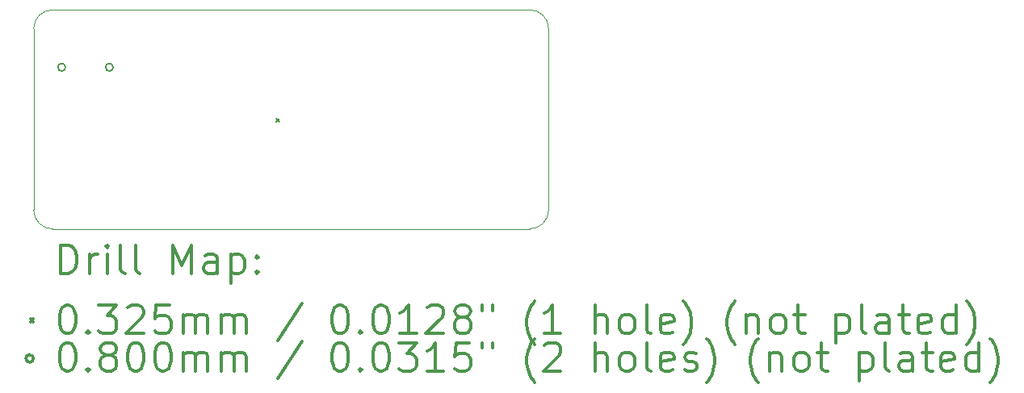
<source format=gbr>
%FSLAX45Y45*%
G04 Gerber Fmt 4.5, Leading zero omitted, Abs format (unit mm)*
G04 Created by KiCad (PCBNEW 5.1.10-88a1d61d58~90~ubuntu20.04.1) date 2022-01-29 20:14:57*
%MOMM*%
%LPD*%
G01*
G04 APERTURE LIST*
%TA.AperFunction,Profile*%
%ADD10C,0.038100*%
%TD*%
%ADD11C,0.200000*%
%ADD12C,0.300000*%
G04 APERTURE END LIST*
D10*
X3800000Y-2700000D02*
X3800000Y-4600000D01*
X9000000Y-2500000D02*
X4000000Y-2500000D01*
X9200000Y-4600000D02*
X9200000Y-2700000D01*
X4000000Y-4800000D02*
X9000000Y-4800000D01*
X3800000Y-2700000D02*
G75*
G02*
X4000000Y-2500000I200000J0D01*
G01*
X9000000Y-2500000D02*
G75*
G02*
X9200000Y-2700000I0J-200000D01*
G01*
X9200000Y-4600000D02*
G75*
G02*
X9000000Y-4800000I-200000J0D01*
G01*
X4000000Y-4800000D02*
G75*
G02*
X3800000Y-4600000I0J200000D01*
G01*
D11*
X6346450Y-3641350D02*
X6378950Y-3673850D01*
X6378950Y-3641350D02*
X6346450Y-3673850D01*
X4133400Y-3102600D02*
G75*
G03*
X4133400Y-3102600I-40000J0D01*
G01*
X4633400Y-3102600D02*
G75*
G03*
X4633400Y-3102600I-40000J0D01*
G01*
D12*
X4084523Y-5267619D02*
X4084523Y-4967619D01*
X4155952Y-4967619D01*
X4198809Y-4981905D01*
X4227381Y-5010477D01*
X4241666Y-5039048D01*
X4255952Y-5096191D01*
X4255952Y-5139048D01*
X4241666Y-5196191D01*
X4227381Y-5224762D01*
X4198809Y-5253334D01*
X4155952Y-5267619D01*
X4084523Y-5267619D01*
X4384523Y-5267619D02*
X4384523Y-5067619D01*
X4384523Y-5124762D02*
X4398809Y-5096191D01*
X4413095Y-5081905D01*
X4441666Y-5067619D01*
X4470238Y-5067619D01*
X4570238Y-5267619D02*
X4570238Y-5067619D01*
X4570238Y-4967619D02*
X4555952Y-4981905D01*
X4570238Y-4996191D01*
X4584523Y-4981905D01*
X4570238Y-4967619D01*
X4570238Y-4996191D01*
X4755952Y-5267619D02*
X4727381Y-5253334D01*
X4713095Y-5224762D01*
X4713095Y-4967619D01*
X4913095Y-5267619D02*
X4884523Y-5253334D01*
X4870238Y-5224762D01*
X4870238Y-4967619D01*
X5255952Y-5267619D02*
X5255952Y-4967619D01*
X5355952Y-5181905D01*
X5455952Y-4967619D01*
X5455952Y-5267619D01*
X5727381Y-5267619D02*
X5727381Y-5110477D01*
X5713095Y-5081905D01*
X5684523Y-5067619D01*
X5627381Y-5067619D01*
X5598809Y-5081905D01*
X5727381Y-5253334D02*
X5698809Y-5267619D01*
X5627381Y-5267619D01*
X5598809Y-5253334D01*
X5584523Y-5224762D01*
X5584523Y-5196191D01*
X5598809Y-5167619D01*
X5627381Y-5153334D01*
X5698809Y-5153334D01*
X5727381Y-5139048D01*
X5870238Y-5067619D02*
X5870238Y-5367619D01*
X5870238Y-5081905D02*
X5898809Y-5067619D01*
X5955952Y-5067619D01*
X5984523Y-5081905D01*
X5998809Y-5096191D01*
X6013095Y-5124762D01*
X6013095Y-5210477D01*
X5998809Y-5239048D01*
X5984523Y-5253334D01*
X5955952Y-5267619D01*
X5898809Y-5267619D01*
X5870238Y-5253334D01*
X6141666Y-5239048D02*
X6155952Y-5253334D01*
X6141666Y-5267619D01*
X6127381Y-5253334D01*
X6141666Y-5239048D01*
X6141666Y-5267619D01*
X6141666Y-5081905D02*
X6155952Y-5096191D01*
X6141666Y-5110477D01*
X6127381Y-5096191D01*
X6141666Y-5081905D01*
X6141666Y-5110477D01*
X3765595Y-5745655D02*
X3798095Y-5778155D01*
X3798095Y-5745655D02*
X3765595Y-5778155D01*
X4141666Y-5597619D02*
X4170238Y-5597619D01*
X4198809Y-5611905D01*
X4213095Y-5626191D01*
X4227381Y-5654762D01*
X4241666Y-5711905D01*
X4241666Y-5783334D01*
X4227381Y-5840476D01*
X4213095Y-5869048D01*
X4198809Y-5883334D01*
X4170238Y-5897619D01*
X4141666Y-5897619D01*
X4113095Y-5883334D01*
X4098809Y-5869048D01*
X4084523Y-5840476D01*
X4070238Y-5783334D01*
X4070238Y-5711905D01*
X4084523Y-5654762D01*
X4098809Y-5626191D01*
X4113095Y-5611905D01*
X4141666Y-5597619D01*
X4370238Y-5869048D02*
X4384523Y-5883334D01*
X4370238Y-5897619D01*
X4355952Y-5883334D01*
X4370238Y-5869048D01*
X4370238Y-5897619D01*
X4484523Y-5597619D02*
X4670238Y-5597619D01*
X4570238Y-5711905D01*
X4613095Y-5711905D01*
X4641666Y-5726191D01*
X4655952Y-5740476D01*
X4670238Y-5769048D01*
X4670238Y-5840476D01*
X4655952Y-5869048D01*
X4641666Y-5883334D01*
X4613095Y-5897619D01*
X4527381Y-5897619D01*
X4498809Y-5883334D01*
X4484523Y-5869048D01*
X4784523Y-5626191D02*
X4798809Y-5611905D01*
X4827381Y-5597619D01*
X4898809Y-5597619D01*
X4927381Y-5611905D01*
X4941666Y-5626191D01*
X4955952Y-5654762D01*
X4955952Y-5683334D01*
X4941666Y-5726191D01*
X4770238Y-5897619D01*
X4955952Y-5897619D01*
X5227381Y-5597619D02*
X5084523Y-5597619D01*
X5070238Y-5740476D01*
X5084523Y-5726191D01*
X5113095Y-5711905D01*
X5184523Y-5711905D01*
X5213095Y-5726191D01*
X5227381Y-5740476D01*
X5241666Y-5769048D01*
X5241666Y-5840476D01*
X5227381Y-5869048D01*
X5213095Y-5883334D01*
X5184523Y-5897619D01*
X5113095Y-5897619D01*
X5084523Y-5883334D01*
X5070238Y-5869048D01*
X5370238Y-5897619D02*
X5370238Y-5697619D01*
X5370238Y-5726191D02*
X5384523Y-5711905D01*
X5413095Y-5697619D01*
X5455952Y-5697619D01*
X5484523Y-5711905D01*
X5498809Y-5740476D01*
X5498809Y-5897619D01*
X5498809Y-5740476D02*
X5513095Y-5711905D01*
X5541666Y-5697619D01*
X5584523Y-5697619D01*
X5613095Y-5711905D01*
X5627381Y-5740476D01*
X5627381Y-5897619D01*
X5770238Y-5897619D02*
X5770238Y-5697619D01*
X5770238Y-5726191D02*
X5784523Y-5711905D01*
X5813095Y-5697619D01*
X5855952Y-5697619D01*
X5884523Y-5711905D01*
X5898809Y-5740476D01*
X5898809Y-5897619D01*
X5898809Y-5740476D02*
X5913095Y-5711905D01*
X5941666Y-5697619D01*
X5984523Y-5697619D01*
X6013095Y-5711905D01*
X6027381Y-5740476D01*
X6027381Y-5897619D01*
X6613095Y-5583334D02*
X6355952Y-5969048D01*
X6998809Y-5597619D02*
X7027381Y-5597619D01*
X7055952Y-5611905D01*
X7070238Y-5626191D01*
X7084523Y-5654762D01*
X7098809Y-5711905D01*
X7098809Y-5783334D01*
X7084523Y-5840476D01*
X7070238Y-5869048D01*
X7055952Y-5883334D01*
X7027381Y-5897619D01*
X6998809Y-5897619D01*
X6970238Y-5883334D01*
X6955952Y-5869048D01*
X6941666Y-5840476D01*
X6927381Y-5783334D01*
X6927381Y-5711905D01*
X6941666Y-5654762D01*
X6955952Y-5626191D01*
X6970238Y-5611905D01*
X6998809Y-5597619D01*
X7227381Y-5869048D02*
X7241666Y-5883334D01*
X7227381Y-5897619D01*
X7213095Y-5883334D01*
X7227381Y-5869048D01*
X7227381Y-5897619D01*
X7427381Y-5597619D02*
X7455952Y-5597619D01*
X7484523Y-5611905D01*
X7498809Y-5626191D01*
X7513095Y-5654762D01*
X7527381Y-5711905D01*
X7527381Y-5783334D01*
X7513095Y-5840476D01*
X7498809Y-5869048D01*
X7484523Y-5883334D01*
X7455952Y-5897619D01*
X7427381Y-5897619D01*
X7398809Y-5883334D01*
X7384523Y-5869048D01*
X7370238Y-5840476D01*
X7355952Y-5783334D01*
X7355952Y-5711905D01*
X7370238Y-5654762D01*
X7384523Y-5626191D01*
X7398809Y-5611905D01*
X7427381Y-5597619D01*
X7813095Y-5897619D02*
X7641666Y-5897619D01*
X7727381Y-5897619D02*
X7727381Y-5597619D01*
X7698809Y-5640476D01*
X7670238Y-5669048D01*
X7641666Y-5683334D01*
X7927381Y-5626191D02*
X7941666Y-5611905D01*
X7970238Y-5597619D01*
X8041666Y-5597619D01*
X8070238Y-5611905D01*
X8084523Y-5626191D01*
X8098809Y-5654762D01*
X8098809Y-5683334D01*
X8084523Y-5726191D01*
X7913095Y-5897619D01*
X8098809Y-5897619D01*
X8270238Y-5726191D02*
X8241666Y-5711905D01*
X8227381Y-5697619D01*
X8213095Y-5669048D01*
X8213095Y-5654762D01*
X8227381Y-5626191D01*
X8241666Y-5611905D01*
X8270238Y-5597619D01*
X8327381Y-5597619D01*
X8355952Y-5611905D01*
X8370238Y-5626191D01*
X8384523Y-5654762D01*
X8384523Y-5669048D01*
X8370238Y-5697619D01*
X8355952Y-5711905D01*
X8327381Y-5726191D01*
X8270238Y-5726191D01*
X8241666Y-5740476D01*
X8227381Y-5754762D01*
X8213095Y-5783334D01*
X8213095Y-5840476D01*
X8227381Y-5869048D01*
X8241666Y-5883334D01*
X8270238Y-5897619D01*
X8327381Y-5897619D01*
X8355952Y-5883334D01*
X8370238Y-5869048D01*
X8384523Y-5840476D01*
X8384523Y-5783334D01*
X8370238Y-5754762D01*
X8355952Y-5740476D01*
X8327381Y-5726191D01*
X8498809Y-5597619D02*
X8498809Y-5654762D01*
X8613095Y-5597619D02*
X8613095Y-5654762D01*
X9055952Y-6011905D02*
X9041666Y-5997619D01*
X9013095Y-5954762D01*
X8998809Y-5926191D01*
X8984523Y-5883334D01*
X8970238Y-5811905D01*
X8970238Y-5754762D01*
X8984523Y-5683334D01*
X8998809Y-5640476D01*
X9013095Y-5611905D01*
X9041666Y-5569048D01*
X9055952Y-5554762D01*
X9327381Y-5897619D02*
X9155952Y-5897619D01*
X9241666Y-5897619D02*
X9241666Y-5597619D01*
X9213095Y-5640476D01*
X9184523Y-5669048D01*
X9155952Y-5683334D01*
X9684523Y-5897619D02*
X9684523Y-5597619D01*
X9813095Y-5897619D02*
X9813095Y-5740476D01*
X9798809Y-5711905D01*
X9770238Y-5697619D01*
X9727381Y-5697619D01*
X9698809Y-5711905D01*
X9684523Y-5726191D01*
X9998809Y-5897619D02*
X9970238Y-5883334D01*
X9955952Y-5869048D01*
X9941666Y-5840476D01*
X9941666Y-5754762D01*
X9955952Y-5726191D01*
X9970238Y-5711905D01*
X9998809Y-5697619D01*
X10041666Y-5697619D01*
X10070238Y-5711905D01*
X10084523Y-5726191D01*
X10098809Y-5754762D01*
X10098809Y-5840476D01*
X10084523Y-5869048D01*
X10070238Y-5883334D01*
X10041666Y-5897619D01*
X9998809Y-5897619D01*
X10270238Y-5897619D02*
X10241666Y-5883334D01*
X10227381Y-5854762D01*
X10227381Y-5597619D01*
X10498809Y-5883334D02*
X10470238Y-5897619D01*
X10413095Y-5897619D01*
X10384523Y-5883334D01*
X10370238Y-5854762D01*
X10370238Y-5740476D01*
X10384523Y-5711905D01*
X10413095Y-5697619D01*
X10470238Y-5697619D01*
X10498809Y-5711905D01*
X10513095Y-5740476D01*
X10513095Y-5769048D01*
X10370238Y-5797619D01*
X10613095Y-6011905D02*
X10627381Y-5997619D01*
X10655952Y-5954762D01*
X10670238Y-5926191D01*
X10684523Y-5883334D01*
X10698809Y-5811905D01*
X10698809Y-5754762D01*
X10684523Y-5683334D01*
X10670238Y-5640476D01*
X10655952Y-5611905D01*
X10627381Y-5569048D01*
X10613095Y-5554762D01*
X11155952Y-6011905D02*
X11141666Y-5997619D01*
X11113095Y-5954762D01*
X11098809Y-5926191D01*
X11084523Y-5883334D01*
X11070238Y-5811905D01*
X11070238Y-5754762D01*
X11084523Y-5683334D01*
X11098809Y-5640476D01*
X11113095Y-5611905D01*
X11141666Y-5569048D01*
X11155952Y-5554762D01*
X11270238Y-5697619D02*
X11270238Y-5897619D01*
X11270238Y-5726191D02*
X11284523Y-5711905D01*
X11313095Y-5697619D01*
X11355952Y-5697619D01*
X11384523Y-5711905D01*
X11398809Y-5740476D01*
X11398809Y-5897619D01*
X11584523Y-5897619D02*
X11555952Y-5883334D01*
X11541666Y-5869048D01*
X11527381Y-5840476D01*
X11527381Y-5754762D01*
X11541666Y-5726191D01*
X11555952Y-5711905D01*
X11584523Y-5697619D01*
X11627381Y-5697619D01*
X11655952Y-5711905D01*
X11670238Y-5726191D01*
X11684523Y-5754762D01*
X11684523Y-5840476D01*
X11670238Y-5869048D01*
X11655952Y-5883334D01*
X11627381Y-5897619D01*
X11584523Y-5897619D01*
X11770238Y-5697619D02*
X11884523Y-5697619D01*
X11813095Y-5597619D02*
X11813095Y-5854762D01*
X11827381Y-5883334D01*
X11855952Y-5897619D01*
X11884523Y-5897619D01*
X12213095Y-5697619D02*
X12213095Y-5997619D01*
X12213095Y-5711905D02*
X12241666Y-5697619D01*
X12298809Y-5697619D01*
X12327381Y-5711905D01*
X12341666Y-5726191D01*
X12355952Y-5754762D01*
X12355952Y-5840476D01*
X12341666Y-5869048D01*
X12327381Y-5883334D01*
X12298809Y-5897619D01*
X12241666Y-5897619D01*
X12213095Y-5883334D01*
X12527381Y-5897619D02*
X12498809Y-5883334D01*
X12484523Y-5854762D01*
X12484523Y-5597619D01*
X12770238Y-5897619D02*
X12770238Y-5740476D01*
X12755952Y-5711905D01*
X12727381Y-5697619D01*
X12670238Y-5697619D01*
X12641666Y-5711905D01*
X12770238Y-5883334D02*
X12741666Y-5897619D01*
X12670238Y-5897619D01*
X12641666Y-5883334D01*
X12627381Y-5854762D01*
X12627381Y-5826191D01*
X12641666Y-5797619D01*
X12670238Y-5783334D01*
X12741666Y-5783334D01*
X12770238Y-5769048D01*
X12870238Y-5697619D02*
X12984523Y-5697619D01*
X12913095Y-5597619D02*
X12913095Y-5854762D01*
X12927381Y-5883334D01*
X12955952Y-5897619D01*
X12984523Y-5897619D01*
X13198809Y-5883334D02*
X13170238Y-5897619D01*
X13113095Y-5897619D01*
X13084523Y-5883334D01*
X13070238Y-5854762D01*
X13070238Y-5740476D01*
X13084523Y-5711905D01*
X13113095Y-5697619D01*
X13170238Y-5697619D01*
X13198809Y-5711905D01*
X13213095Y-5740476D01*
X13213095Y-5769048D01*
X13070238Y-5797619D01*
X13470238Y-5897619D02*
X13470238Y-5597619D01*
X13470238Y-5883334D02*
X13441666Y-5897619D01*
X13384523Y-5897619D01*
X13355952Y-5883334D01*
X13341666Y-5869048D01*
X13327381Y-5840476D01*
X13327381Y-5754762D01*
X13341666Y-5726191D01*
X13355952Y-5711905D01*
X13384523Y-5697619D01*
X13441666Y-5697619D01*
X13470238Y-5711905D01*
X13584523Y-6011905D02*
X13598809Y-5997619D01*
X13627381Y-5954762D01*
X13641666Y-5926191D01*
X13655952Y-5883334D01*
X13670238Y-5811905D01*
X13670238Y-5754762D01*
X13655952Y-5683334D01*
X13641666Y-5640476D01*
X13627381Y-5611905D01*
X13598809Y-5569048D01*
X13584523Y-5554762D01*
X3798095Y-6157905D02*
G75*
G03*
X3798095Y-6157905I-40000J0D01*
G01*
X4141666Y-5993619D02*
X4170238Y-5993619D01*
X4198809Y-6007905D01*
X4213095Y-6022191D01*
X4227381Y-6050762D01*
X4241666Y-6107905D01*
X4241666Y-6179334D01*
X4227381Y-6236476D01*
X4213095Y-6265048D01*
X4198809Y-6279334D01*
X4170238Y-6293619D01*
X4141666Y-6293619D01*
X4113095Y-6279334D01*
X4098809Y-6265048D01*
X4084523Y-6236476D01*
X4070238Y-6179334D01*
X4070238Y-6107905D01*
X4084523Y-6050762D01*
X4098809Y-6022191D01*
X4113095Y-6007905D01*
X4141666Y-5993619D01*
X4370238Y-6265048D02*
X4384523Y-6279334D01*
X4370238Y-6293619D01*
X4355952Y-6279334D01*
X4370238Y-6265048D01*
X4370238Y-6293619D01*
X4555952Y-6122191D02*
X4527381Y-6107905D01*
X4513095Y-6093619D01*
X4498809Y-6065048D01*
X4498809Y-6050762D01*
X4513095Y-6022191D01*
X4527381Y-6007905D01*
X4555952Y-5993619D01*
X4613095Y-5993619D01*
X4641666Y-6007905D01*
X4655952Y-6022191D01*
X4670238Y-6050762D01*
X4670238Y-6065048D01*
X4655952Y-6093619D01*
X4641666Y-6107905D01*
X4613095Y-6122191D01*
X4555952Y-6122191D01*
X4527381Y-6136476D01*
X4513095Y-6150762D01*
X4498809Y-6179334D01*
X4498809Y-6236476D01*
X4513095Y-6265048D01*
X4527381Y-6279334D01*
X4555952Y-6293619D01*
X4613095Y-6293619D01*
X4641666Y-6279334D01*
X4655952Y-6265048D01*
X4670238Y-6236476D01*
X4670238Y-6179334D01*
X4655952Y-6150762D01*
X4641666Y-6136476D01*
X4613095Y-6122191D01*
X4855952Y-5993619D02*
X4884523Y-5993619D01*
X4913095Y-6007905D01*
X4927381Y-6022191D01*
X4941666Y-6050762D01*
X4955952Y-6107905D01*
X4955952Y-6179334D01*
X4941666Y-6236476D01*
X4927381Y-6265048D01*
X4913095Y-6279334D01*
X4884523Y-6293619D01*
X4855952Y-6293619D01*
X4827381Y-6279334D01*
X4813095Y-6265048D01*
X4798809Y-6236476D01*
X4784523Y-6179334D01*
X4784523Y-6107905D01*
X4798809Y-6050762D01*
X4813095Y-6022191D01*
X4827381Y-6007905D01*
X4855952Y-5993619D01*
X5141666Y-5993619D02*
X5170238Y-5993619D01*
X5198809Y-6007905D01*
X5213095Y-6022191D01*
X5227381Y-6050762D01*
X5241666Y-6107905D01*
X5241666Y-6179334D01*
X5227381Y-6236476D01*
X5213095Y-6265048D01*
X5198809Y-6279334D01*
X5170238Y-6293619D01*
X5141666Y-6293619D01*
X5113095Y-6279334D01*
X5098809Y-6265048D01*
X5084523Y-6236476D01*
X5070238Y-6179334D01*
X5070238Y-6107905D01*
X5084523Y-6050762D01*
X5098809Y-6022191D01*
X5113095Y-6007905D01*
X5141666Y-5993619D01*
X5370238Y-6293619D02*
X5370238Y-6093619D01*
X5370238Y-6122191D02*
X5384523Y-6107905D01*
X5413095Y-6093619D01*
X5455952Y-6093619D01*
X5484523Y-6107905D01*
X5498809Y-6136476D01*
X5498809Y-6293619D01*
X5498809Y-6136476D02*
X5513095Y-6107905D01*
X5541666Y-6093619D01*
X5584523Y-6093619D01*
X5613095Y-6107905D01*
X5627381Y-6136476D01*
X5627381Y-6293619D01*
X5770238Y-6293619D02*
X5770238Y-6093619D01*
X5770238Y-6122191D02*
X5784523Y-6107905D01*
X5813095Y-6093619D01*
X5855952Y-6093619D01*
X5884523Y-6107905D01*
X5898809Y-6136476D01*
X5898809Y-6293619D01*
X5898809Y-6136476D02*
X5913095Y-6107905D01*
X5941666Y-6093619D01*
X5984523Y-6093619D01*
X6013095Y-6107905D01*
X6027381Y-6136476D01*
X6027381Y-6293619D01*
X6613095Y-5979334D02*
X6355952Y-6365048D01*
X6998809Y-5993619D02*
X7027381Y-5993619D01*
X7055952Y-6007905D01*
X7070238Y-6022191D01*
X7084523Y-6050762D01*
X7098809Y-6107905D01*
X7098809Y-6179334D01*
X7084523Y-6236476D01*
X7070238Y-6265048D01*
X7055952Y-6279334D01*
X7027381Y-6293619D01*
X6998809Y-6293619D01*
X6970238Y-6279334D01*
X6955952Y-6265048D01*
X6941666Y-6236476D01*
X6927381Y-6179334D01*
X6927381Y-6107905D01*
X6941666Y-6050762D01*
X6955952Y-6022191D01*
X6970238Y-6007905D01*
X6998809Y-5993619D01*
X7227381Y-6265048D02*
X7241666Y-6279334D01*
X7227381Y-6293619D01*
X7213095Y-6279334D01*
X7227381Y-6265048D01*
X7227381Y-6293619D01*
X7427381Y-5993619D02*
X7455952Y-5993619D01*
X7484523Y-6007905D01*
X7498809Y-6022191D01*
X7513095Y-6050762D01*
X7527381Y-6107905D01*
X7527381Y-6179334D01*
X7513095Y-6236476D01*
X7498809Y-6265048D01*
X7484523Y-6279334D01*
X7455952Y-6293619D01*
X7427381Y-6293619D01*
X7398809Y-6279334D01*
X7384523Y-6265048D01*
X7370238Y-6236476D01*
X7355952Y-6179334D01*
X7355952Y-6107905D01*
X7370238Y-6050762D01*
X7384523Y-6022191D01*
X7398809Y-6007905D01*
X7427381Y-5993619D01*
X7627381Y-5993619D02*
X7813095Y-5993619D01*
X7713095Y-6107905D01*
X7755952Y-6107905D01*
X7784523Y-6122191D01*
X7798809Y-6136476D01*
X7813095Y-6165048D01*
X7813095Y-6236476D01*
X7798809Y-6265048D01*
X7784523Y-6279334D01*
X7755952Y-6293619D01*
X7670238Y-6293619D01*
X7641666Y-6279334D01*
X7627381Y-6265048D01*
X8098809Y-6293619D02*
X7927381Y-6293619D01*
X8013095Y-6293619D02*
X8013095Y-5993619D01*
X7984523Y-6036476D01*
X7955952Y-6065048D01*
X7927381Y-6079334D01*
X8370238Y-5993619D02*
X8227381Y-5993619D01*
X8213095Y-6136476D01*
X8227381Y-6122191D01*
X8255952Y-6107905D01*
X8327381Y-6107905D01*
X8355952Y-6122191D01*
X8370238Y-6136476D01*
X8384523Y-6165048D01*
X8384523Y-6236476D01*
X8370238Y-6265048D01*
X8355952Y-6279334D01*
X8327381Y-6293619D01*
X8255952Y-6293619D01*
X8227381Y-6279334D01*
X8213095Y-6265048D01*
X8498809Y-5993619D02*
X8498809Y-6050762D01*
X8613095Y-5993619D02*
X8613095Y-6050762D01*
X9055952Y-6407905D02*
X9041666Y-6393619D01*
X9013095Y-6350762D01*
X8998809Y-6322191D01*
X8984523Y-6279334D01*
X8970238Y-6207905D01*
X8970238Y-6150762D01*
X8984523Y-6079334D01*
X8998809Y-6036476D01*
X9013095Y-6007905D01*
X9041666Y-5965048D01*
X9055952Y-5950762D01*
X9155952Y-6022191D02*
X9170238Y-6007905D01*
X9198809Y-5993619D01*
X9270238Y-5993619D01*
X9298809Y-6007905D01*
X9313095Y-6022191D01*
X9327381Y-6050762D01*
X9327381Y-6079334D01*
X9313095Y-6122191D01*
X9141666Y-6293619D01*
X9327381Y-6293619D01*
X9684523Y-6293619D02*
X9684523Y-5993619D01*
X9813095Y-6293619D02*
X9813095Y-6136476D01*
X9798809Y-6107905D01*
X9770238Y-6093619D01*
X9727381Y-6093619D01*
X9698809Y-6107905D01*
X9684523Y-6122191D01*
X9998809Y-6293619D02*
X9970238Y-6279334D01*
X9955952Y-6265048D01*
X9941666Y-6236476D01*
X9941666Y-6150762D01*
X9955952Y-6122191D01*
X9970238Y-6107905D01*
X9998809Y-6093619D01*
X10041666Y-6093619D01*
X10070238Y-6107905D01*
X10084523Y-6122191D01*
X10098809Y-6150762D01*
X10098809Y-6236476D01*
X10084523Y-6265048D01*
X10070238Y-6279334D01*
X10041666Y-6293619D01*
X9998809Y-6293619D01*
X10270238Y-6293619D02*
X10241666Y-6279334D01*
X10227381Y-6250762D01*
X10227381Y-5993619D01*
X10498809Y-6279334D02*
X10470238Y-6293619D01*
X10413095Y-6293619D01*
X10384523Y-6279334D01*
X10370238Y-6250762D01*
X10370238Y-6136476D01*
X10384523Y-6107905D01*
X10413095Y-6093619D01*
X10470238Y-6093619D01*
X10498809Y-6107905D01*
X10513095Y-6136476D01*
X10513095Y-6165048D01*
X10370238Y-6193619D01*
X10627381Y-6279334D02*
X10655952Y-6293619D01*
X10713095Y-6293619D01*
X10741666Y-6279334D01*
X10755952Y-6250762D01*
X10755952Y-6236476D01*
X10741666Y-6207905D01*
X10713095Y-6193619D01*
X10670238Y-6193619D01*
X10641666Y-6179334D01*
X10627381Y-6150762D01*
X10627381Y-6136476D01*
X10641666Y-6107905D01*
X10670238Y-6093619D01*
X10713095Y-6093619D01*
X10741666Y-6107905D01*
X10855952Y-6407905D02*
X10870238Y-6393619D01*
X10898809Y-6350762D01*
X10913095Y-6322191D01*
X10927381Y-6279334D01*
X10941666Y-6207905D01*
X10941666Y-6150762D01*
X10927381Y-6079334D01*
X10913095Y-6036476D01*
X10898809Y-6007905D01*
X10870238Y-5965048D01*
X10855952Y-5950762D01*
X11398809Y-6407905D02*
X11384523Y-6393619D01*
X11355952Y-6350762D01*
X11341666Y-6322191D01*
X11327381Y-6279334D01*
X11313095Y-6207905D01*
X11313095Y-6150762D01*
X11327381Y-6079334D01*
X11341666Y-6036476D01*
X11355952Y-6007905D01*
X11384523Y-5965048D01*
X11398809Y-5950762D01*
X11513095Y-6093619D02*
X11513095Y-6293619D01*
X11513095Y-6122191D02*
X11527381Y-6107905D01*
X11555952Y-6093619D01*
X11598809Y-6093619D01*
X11627381Y-6107905D01*
X11641666Y-6136476D01*
X11641666Y-6293619D01*
X11827381Y-6293619D02*
X11798809Y-6279334D01*
X11784523Y-6265048D01*
X11770238Y-6236476D01*
X11770238Y-6150762D01*
X11784523Y-6122191D01*
X11798809Y-6107905D01*
X11827381Y-6093619D01*
X11870238Y-6093619D01*
X11898809Y-6107905D01*
X11913095Y-6122191D01*
X11927381Y-6150762D01*
X11927381Y-6236476D01*
X11913095Y-6265048D01*
X11898809Y-6279334D01*
X11870238Y-6293619D01*
X11827381Y-6293619D01*
X12013095Y-6093619D02*
X12127381Y-6093619D01*
X12055952Y-5993619D02*
X12055952Y-6250762D01*
X12070238Y-6279334D01*
X12098809Y-6293619D01*
X12127381Y-6293619D01*
X12455952Y-6093619D02*
X12455952Y-6393619D01*
X12455952Y-6107905D02*
X12484523Y-6093619D01*
X12541666Y-6093619D01*
X12570238Y-6107905D01*
X12584523Y-6122191D01*
X12598809Y-6150762D01*
X12598809Y-6236476D01*
X12584523Y-6265048D01*
X12570238Y-6279334D01*
X12541666Y-6293619D01*
X12484523Y-6293619D01*
X12455952Y-6279334D01*
X12770238Y-6293619D02*
X12741666Y-6279334D01*
X12727381Y-6250762D01*
X12727381Y-5993619D01*
X13013095Y-6293619D02*
X13013095Y-6136476D01*
X12998809Y-6107905D01*
X12970238Y-6093619D01*
X12913095Y-6093619D01*
X12884523Y-6107905D01*
X13013095Y-6279334D02*
X12984523Y-6293619D01*
X12913095Y-6293619D01*
X12884523Y-6279334D01*
X12870238Y-6250762D01*
X12870238Y-6222191D01*
X12884523Y-6193619D01*
X12913095Y-6179334D01*
X12984523Y-6179334D01*
X13013095Y-6165048D01*
X13113095Y-6093619D02*
X13227381Y-6093619D01*
X13155952Y-5993619D02*
X13155952Y-6250762D01*
X13170238Y-6279334D01*
X13198809Y-6293619D01*
X13227381Y-6293619D01*
X13441666Y-6279334D02*
X13413095Y-6293619D01*
X13355952Y-6293619D01*
X13327381Y-6279334D01*
X13313095Y-6250762D01*
X13313095Y-6136476D01*
X13327381Y-6107905D01*
X13355952Y-6093619D01*
X13413095Y-6093619D01*
X13441666Y-6107905D01*
X13455952Y-6136476D01*
X13455952Y-6165048D01*
X13313095Y-6193619D01*
X13713095Y-6293619D02*
X13713095Y-5993619D01*
X13713095Y-6279334D02*
X13684523Y-6293619D01*
X13627381Y-6293619D01*
X13598809Y-6279334D01*
X13584523Y-6265048D01*
X13570238Y-6236476D01*
X13570238Y-6150762D01*
X13584523Y-6122191D01*
X13598809Y-6107905D01*
X13627381Y-6093619D01*
X13684523Y-6093619D01*
X13713095Y-6107905D01*
X13827381Y-6407905D02*
X13841666Y-6393619D01*
X13870238Y-6350762D01*
X13884523Y-6322191D01*
X13898809Y-6279334D01*
X13913095Y-6207905D01*
X13913095Y-6150762D01*
X13898809Y-6079334D01*
X13884523Y-6036476D01*
X13870238Y-6007905D01*
X13841666Y-5965048D01*
X13827381Y-5950762D01*
M02*

</source>
